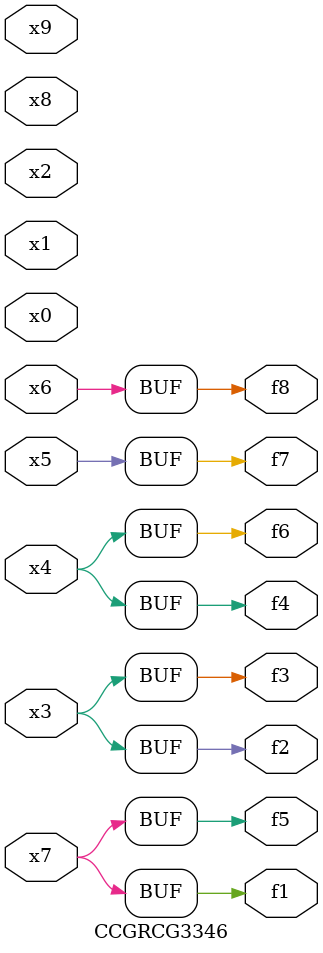
<source format=v>
module CCGRCG3346(
	input x0, x1, x2, x3, x4, x5, x6, x7, x8, x9,
	output f1, f2, f3, f4, f5, f6, f7, f8
);
	assign f1 = x7;
	assign f2 = x3;
	assign f3 = x3;
	assign f4 = x4;
	assign f5 = x7;
	assign f6 = x4;
	assign f7 = x5;
	assign f8 = x6;
endmodule

</source>
